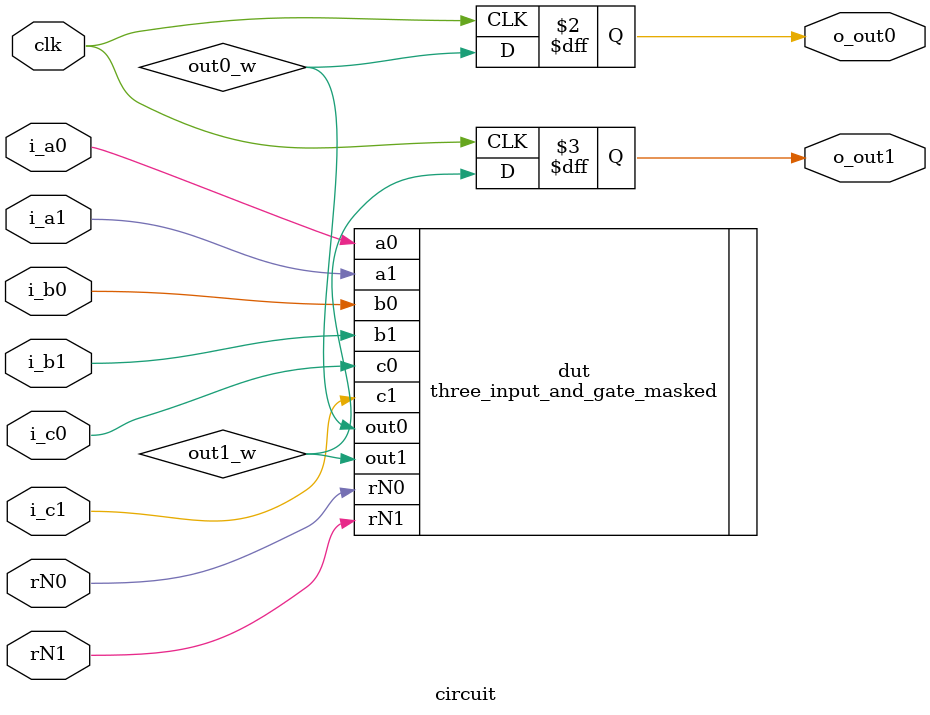
<source format=v>
module circuit (
    input  wire clk,

    input  wire i_a0,
    input  wire i_a1,
    input  wire i_b0,
    input  wire i_b1,
    input  wire i_c0,
    input  wire i_c1,
    input  wire rN0,
    input  wire rN1,

    output reg  o_out0,
    output reg  o_out1
);

    wire out0_w, out1_w;

    three_input_and_gate_masked dut (
        .a0(i_a0),
        .a1(i_a1),
        .b0(i_b0),
        .b1(i_b1),
        .c0(i_c0),
        .c1(i_c1),
        .rN0(rN0),
        .rN1(rN1),
        .out0(out0_w),
        .out1(out1_w)
    );

    always @(posedge clk) begin
        o_out0 <= out0_w;
        o_out1 <= out1_w;
    end

endmodule

</source>
